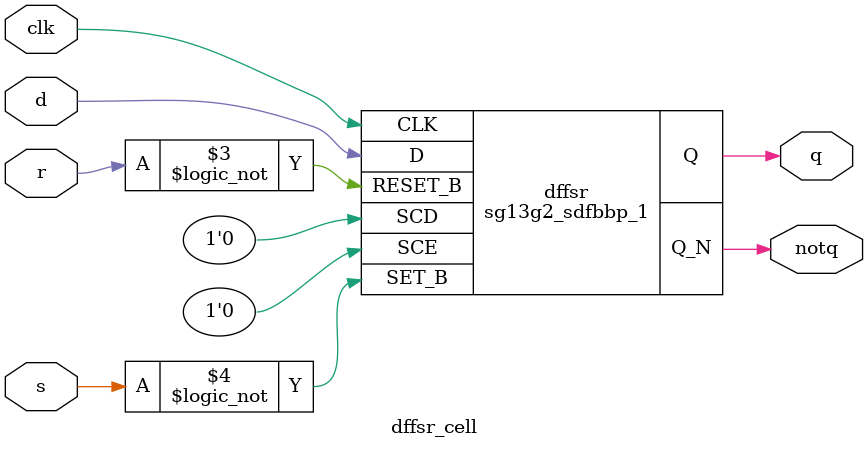
<source format=v>
/*
This file provides the mapping from the Wokwi modules to Verilog HDL.

It's only needed for Wokwi designs.
*/

`define default_netname none

module buffer_cell (
    input wire in,
    output wire out
    );
    assign out = in;
endmodule

module and_cell (
    input wire a,
    input wire b,
    output wire out
    );

    assign out = a & b;
endmodule

module or_cell (
    input wire a,
    input wire b,
    output wire out
    );

    assign out = a | b;
endmodule

module xor_cell (
    input wire a,
    input wire b,
    output wire out
    );

    assign out = a ^ b;
endmodule

module nand_cell (
    input wire a,
    input wire b,
    output wire out
    );

    assign out = !(a&b);
endmodule

module not_cell (
    input wire in,
    output wire out
    );

    assign out = !in;
endmodule

module mux_cell (
    input wire a,
    input wire b,
    input wire sel,
    output wire out
    );

    assign out = sel ? b : a;
endmodule

module dff_cell (
    input wire clk,
    input wire d,
    output reg q,
    output wire notq
    );

    assign notq = !q;
    always @(posedge clk)
        q <= d;

endmodule

(* blackbox *)
module sg13g2_sdfbbp_1 (
    output wire Q,
    output wire Q_N,
    input wire D,
    input wire SCD,
    input wire SCE,
    input wire RESET_B,
    input wire SET_B,
    input wire CLK
    );
endmodule

module dffsr_cell (
    input wire clk,
    input wire d,
    input wire s,
    input wire r,
    output wire q,
    output wire notq
    );

    sg13g2_sdfbbp_1 dffsr (
        .D (d),
        .SCD (0),
        .SCE (0),
        .RESET_B (!r),
        .SET_B (!s),
        .CLK (clk),
        .Q (q),
        .Q_N (notq)
    );

endmodule

</source>
